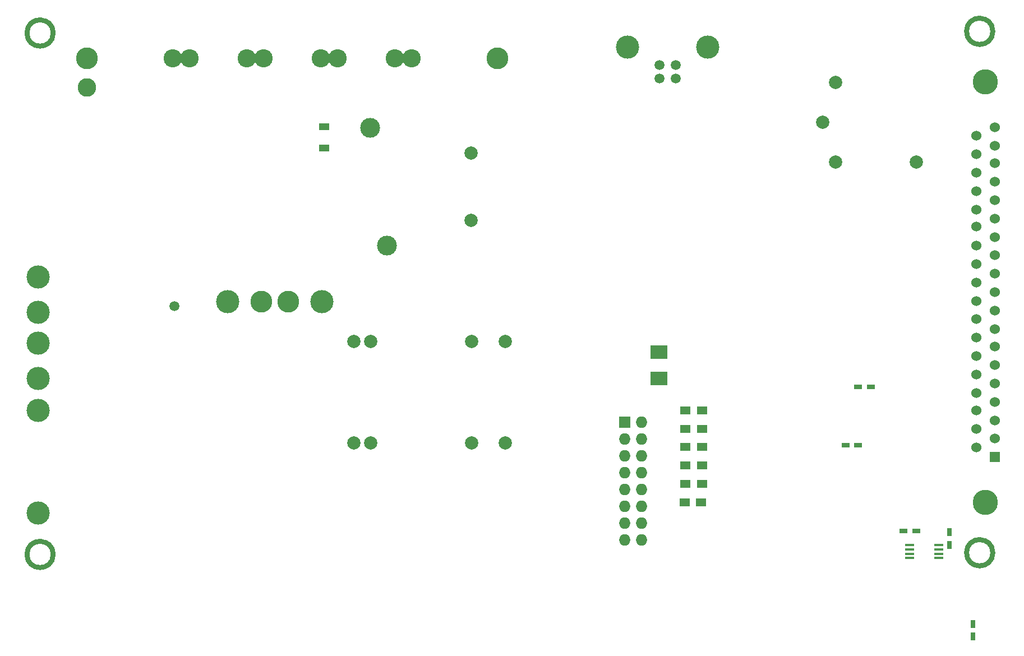
<source format=gbr>
G04 #@! TF.FileFunction,Soldermask,Bot*
%FSLAX46Y46*%
G04 Gerber Fmt 4.6, Leading zero omitted, Abs format (unit mm)*
G04 Created by KiCad (PCBNEW 4.0.2-stable) date 12/22/2016 4:19:51 PM*
%MOMM*%
G01*
G04 APERTURE LIST*
%ADD10C,0.100000*%
%ADD11C,0.762000*%
%ADD12C,2.000000*%
%ADD13R,1.200000X0.750000*%
%ADD14C,3.810000*%
%ADD15R,1.524000X1.524000*%
%ADD16C,1.524000*%
%ADD17R,1.727200X1.727200*%
%ADD18O,1.727200X1.727200*%
%ADD19C,3.500000*%
%ADD20R,1.600000X1.000000*%
%ADD21C,2.750000*%
%ADD22C,3.300000*%
%ADD23C,2.790000*%
%ADD24C,1.501140*%
%ADD25C,3.500120*%
%ADD26C,3.000000*%
%ADD27C,1.500000*%
%ADD28R,0.750000X1.200000*%
%ADD29R,2.500000X2.000000*%
%ADD30R,1.500000X1.250000*%
%ADD31R,1.450000X0.450000*%
G04 APERTURE END LIST*
D10*
D11*
X76024803Y-58674000D02*
G75*
G03X76024803Y-58674000I-1983803J0D01*
G01*
X217883803Y-58420000D02*
G75*
G03X217883803Y-58420000I-1983803J0D01*
G01*
X217883803Y-137160000D02*
G75*
G03X217883803Y-137160000I-1983803J0D01*
G01*
X76024803Y-137414000D02*
G75*
G03X76024803Y-137414000I-1983803J0D01*
G01*
D12*
X144272000Y-120543000D03*
X139192000Y-120543000D03*
X144272000Y-105263000D03*
X139192000Y-105263000D03*
X123952000Y-105263000D03*
X121412000Y-105263000D03*
X123952000Y-120543000D03*
X121412000Y-120543000D03*
D13*
X195646000Y-120904000D03*
X197546000Y-120904000D03*
X199451000Y-112141000D03*
X197551000Y-112141000D03*
D14*
X216789000Y-66040000D03*
X216789000Y-129540000D03*
D15*
X218186000Y-122682000D03*
D16*
X218186000Y-119888000D03*
X218186000Y-117221000D03*
X218186000Y-114427000D03*
X218186000Y-111633000D03*
X218186000Y-108839000D03*
X218186000Y-106045000D03*
X218186000Y-103378000D03*
X218186000Y-100584000D03*
X218186000Y-97790000D03*
X218186000Y-94996000D03*
X218186000Y-92202000D03*
X218186000Y-89535000D03*
X218186000Y-86741000D03*
X218186000Y-83947000D03*
X218186000Y-81153000D03*
X218186000Y-78359000D03*
X218186000Y-75692000D03*
X218186000Y-72898000D03*
X215392000Y-121285000D03*
X215392000Y-118491000D03*
X215392000Y-115697000D03*
X215392000Y-113030000D03*
X215392000Y-110236000D03*
X215392000Y-107442000D03*
X215392000Y-104648000D03*
X215392000Y-101854000D03*
X215392000Y-99187000D03*
X215392000Y-96393000D03*
X215392000Y-93599000D03*
X215392000Y-90805000D03*
X215392000Y-87884000D03*
X215392000Y-85344000D03*
X215392000Y-82550000D03*
X215392000Y-79756000D03*
X215392000Y-76962000D03*
X215392000Y-74168000D03*
D17*
X162306000Y-117475000D03*
D18*
X164846000Y-117475000D03*
X162306000Y-120015000D03*
X164846000Y-120015000D03*
X162306000Y-122555000D03*
X164846000Y-122555000D03*
X162306000Y-125095000D03*
X164846000Y-125095000D03*
X162306000Y-127635000D03*
X164846000Y-127635000D03*
X162306000Y-130175000D03*
X164846000Y-130175000D03*
X162306000Y-132715000D03*
X164846000Y-132715000D03*
X162306000Y-135255000D03*
X164846000Y-135255000D03*
D19*
X73776000Y-131189000D03*
X73776000Y-115699000D03*
X73776000Y-110869000D03*
X73776000Y-105539000D03*
D20*
X116903500Y-72822000D03*
X116903500Y-76022000D03*
D21*
X94101000Y-62484000D03*
X96641000Y-62484000D03*
X130181000Y-62484000D03*
X127641000Y-62484000D03*
X105281000Y-62484000D03*
X107821000Y-62484000D03*
X119001000Y-62484000D03*
X116461000Y-62484000D03*
D22*
X81151000Y-62484000D03*
X143131000Y-62484000D03*
D23*
X81151000Y-66934000D03*
D24*
X170027600Y-63550800D03*
X167538400Y-63550800D03*
X167538400Y-65557400D03*
X170027600Y-65557400D03*
D25*
X174802800Y-60833000D03*
X162763200Y-60833000D03*
D19*
X73776000Y-100836000D03*
X73776000Y-95506000D03*
D26*
X123888500Y-72961500D03*
X126428500Y-90741500D03*
D12*
X139128500Y-86931500D03*
X139128500Y-76771500D03*
X194179000Y-78136000D03*
X192179000Y-72136000D03*
X194179000Y-66136000D03*
X206379000Y-78136000D03*
D27*
X94297500Y-99918000D03*
D19*
X116584000Y-99250500D03*
D22*
X111504000Y-99250500D03*
X107444000Y-99250500D03*
D19*
X102364000Y-99250500D03*
D28*
X214884000Y-147894000D03*
X214884000Y-149794000D03*
D29*
X167513000Y-106839000D03*
X167513000Y-110839000D03*
D30*
X173970000Y-123952000D03*
X171470000Y-123952000D03*
X173970000Y-121158000D03*
X171470000Y-121158000D03*
X173970000Y-118491000D03*
X171470000Y-118491000D03*
X173970000Y-115697000D03*
X171470000Y-115697000D03*
D28*
X211328000Y-135951000D03*
X211328000Y-134051000D03*
D30*
X173843000Y-129540000D03*
X171343000Y-129540000D03*
X173970000Y-126746000D03*
X171470000Y-126746000D03*
D13*
X204409000Y-133858000D03*
X206309000Y-133858000D03*
D31*
X205359000Y-136017000D03*
X205359000Y-136667000D03*
X205359000Y-137317000D03*
X205359000Y-137967000D03*
X209759000Y-136017000D03*
X209759000Y-136667000D03*
X209759000Y-137317000D03*
X209759000Y-137967000D03*
M02*

</source>
